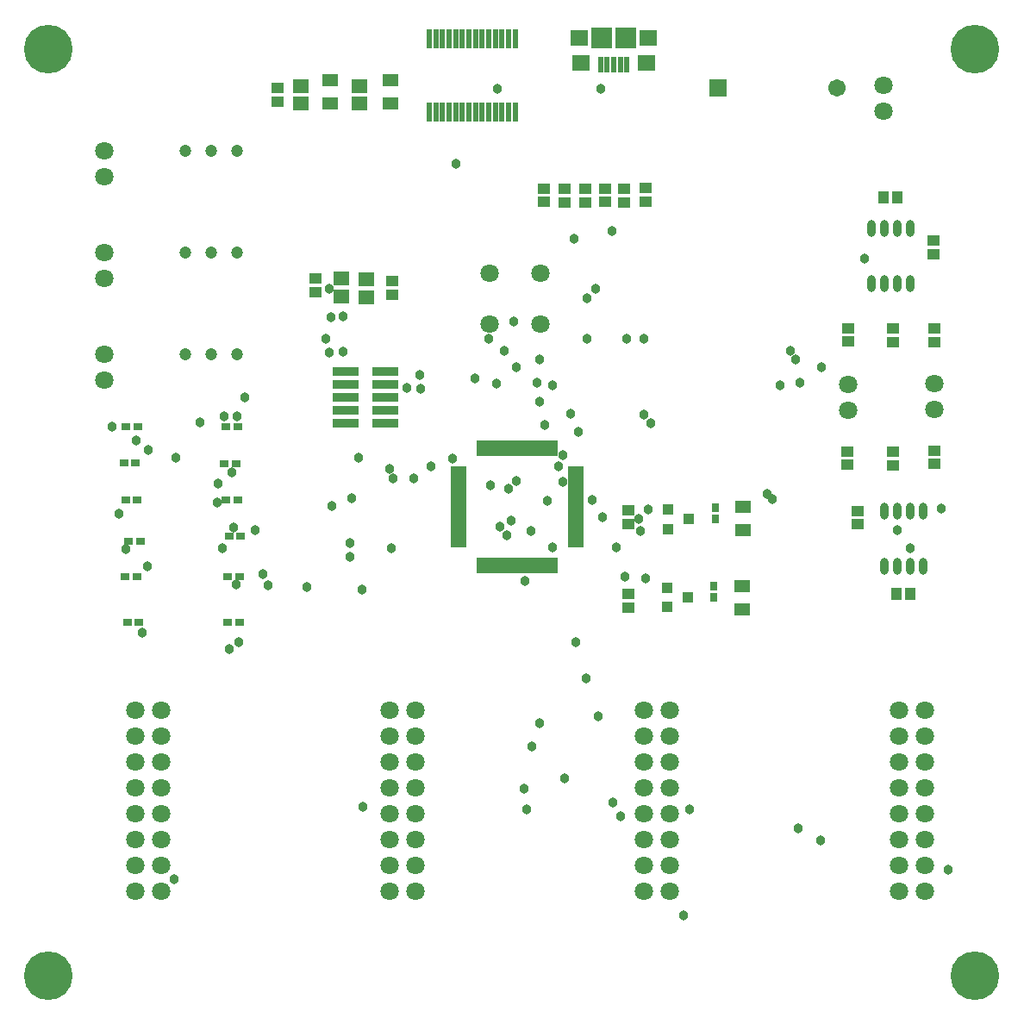
<source format=gts>
G04*
G04 #@! TF.GenerationSoftware,Altium Limited,Altium Designer,19.1.8 (144)*
G04*
G04 Layer_Color=8388736*
%FSLAX25Y25*%
%MOIN*%
G70*
G01*
G75*
%ADD35R,0.03753X0.03162*%
%ADD36R,0.01981X0.07296*%
%ADD37R,0.06115X0.01981*%
%ADD38R,0.01981X0.06115*%
%ADD39O,0.03162X0.06509*%
%ADD40R,0.06115X0.05328*%
%ADD41R,0.04540X0.04147*%
%ADD42R,0.03162X0.03753*%
%ADD43R,0.10249X0.03792*%
%ADD44R,0.04343X0.03950*%
%ADD45R,0.02375X0.06115*%
%ADD46R,0.07099X0.06312*%
%ADD47R,0.06509X0.05918*%
%ADD48R,0.08280X0.08280*%
%ADD49R,0.05918X0.05131*%
%ADD50R,0.04737X0.04343*%
%ADD51R,0.04343X0.04737*%
%ADD52C,0.07099*%
%ADD53C,0.04737*%
%ADD54C,0.06706*%
%ADD55R,0.06706X0.06706*%
%ADD56C,0.18800*%
%ADD57C,0.03800*%
D35*
X84316Y199725D02*
D03*
X88843D02*
D03*
X85039Y152362D02*
D03*
X89567D02*
D03*
X50000Y199606D02*
D03*
X45472D02*
D03*
X51267Y183714D02*
D03*
X46739D02*
D03*
X50705Y152252D02*
D03*
X46177D02*
D03*
X84355Y227953D02*
D03*
X88882D02*
D03*
X83567Y213680D02*
D03*
X88095D02*
D03*
X85539Y185432D02*
D03*
X90067D02*
D03*
X85039Y170079D02*
D03*
X89567D02*
D03*
X50197Y227953D02*
D03*
X45669D02*
D03*
X49409Y213779D02*
D03*
X44882D02*
D03*
X49891Y169919D02*
D03*
X45364D02*
D03*
D36*
X162894Y349508D02*
D03*
X165453D02*
D03*
X168012D02*
D03*
X170571D02*
D03*
X173130D02*
D03*
X175689D02*
D03*
X178248D02*
D03*
X180807D02*
D03*
X183366D02*
D03*
X185925D02*
D03*
X188484D02*
D03*
X191043D02*
D03*
X193602D02*
D03*
X196161D02*
D03*
X162894Y378051D02*
D03*
X165453D02*
D03*
X168012D02*
D03*
X170571D02*
D03*
X173130D02*
D03*
X175689D02*
D03*
X178248D02*
D03*
X180807D02*
D03*
X183366D02*
D03*
X185925D02*
D03*
X188484D02*
D03*
X191043D02*
D03*
X193602D02*
D03*
X196161D02*
D03*
D37*
X174213Y211614D02*
D03*
Y209646D02*
D03*
Y207677D02*
D03*
Y205709D02*
D03*
Y203740D02*
D03*
Y201772D02*
D03*
Y199803D02*
D03*
Y197835D02*
D03*
Y195866D02*
D03*
Y193898D02*
D03*
Y191929D02*
D03*
Y189961D02*
D03*
Y187992D02*
D03*
Y186023D02*
D03*
Y184055D02*
D03*
Y182087D02*
D03*
X219488D02*
D03*
Y184055D02*
D03*
Y186023D02*
D03*
Y187992D02*
D03*
Y189961D02*
D03*
Y191929D02*
D03*
Y193898D02*
D03*
Y195866D02*
D03*
Y197835D02*
D03*
Y199803D02*
D03*
Y201772D02*
D03*
Y203740D02*
D03*
Y205709D02*
D03*
Y207677D02*
D03*
Y209646D02*
D03*
Y211614D02*
D03*
D38*
X182087Y174213D02*
D03*
X184055D02*
D03*
X186024D02*
D03*
X187992D02*
D03*
X189961D02*
D03*
X191929D02*
D03*
X193898D02*
D03*
X195866D02*
D03*
X197835D02*
D03*
X199803D02*
D03*
X201772D02*
D03*
X203740D02*
D03*
X205709D02*
D03*
X207677D02*
D03*
X209646D02*
D03*
X211614D02*
D03*
Y219488D02*
D03*
X209646D02*
D03*
X207677D02*
D03*
X205709D02*
D03*
X203740D02*
D03*
X201772D02*
D03*
X199803D02*
D03*
X197835D02*
D03*
X195866D02*
D03*
X193898D02*
D03*
X191929D02*
D03*
X189961D02*
D03*
X187992D02*
D03*
X186024D02*
D03*
X184055D02*
D03*
X182087D02*
D03*
D39*
X353957Y195374D02*
D03*
X348957D02*
D03*
X343957D02*
D03*
X338957D02*
D03*
X353957Y173917D02*
D03*
X348957D02*
D03*
X343957D02*
D03*
X338957D02*
D03*
X333913Y283223D02*
D03*
X338913D02*
D03*
X343913D02*
D03*
X348913D02*
D03*
X333913Y304679D02*
D03*
X338913D02*
D03*
X343913D02*
D03*
X348913D02*
D03*
D40*
X135956Y359746D02*
D03*
Y352856D02*
D03*
X113301Y359746D02*
D03*
Y352856D02*
D03*
X138703Y278030D02*
D03*
Y284920D02*
D03*
X128764Y278239D02*
D03*
Y285128D02*
D03*
D41*
X246658Y315061D02*
D03*
Y320180D02*
D03*
X207256Y314862D02*
D03*
Y319980D02*
D03*
X328657Y190187D02*
D03*
Y195305D02*
D03*
X324601Y218205D02*
D03*
Y213087D02*
D03*
X358395Y213450D02*
D03*
Y218568D02*
D03*
X358013Y299810D02*
D03*
Y294692D02*
D03*
X358201Y260646D02*
D03*
Y265764D02*
D03*
X324864Y265905D02*
D03*
Y260787D02*
D03*
D42*
X272936Y166361D02*
D03*
Y161834D02*
D03*
X273504Y196653D02*
D03*
Y192126D02*
D03*
D43*
X130709Y249370D02*
D03*
X146063D02*
D03*
X130709Y244370D02*
D03*
X146063D02*
D03*
X130709Y239370D02*
D03*
X146063D02*
D03*
X130709Y234370D02*
D03*
X146063D02*
D03*
X130709Y229370D02*
D03*
X146063D02*
D03*
D44*
X262829Y161834D02*
D03*
X254955Y158094D02*
D03*
Y165574D02*
D03*
X263243Y192126D02*
D03*
X255369Y188385D02*
D03*
Y195866D02*
D03*
D45*
X239370Y367815D02*
D03*
X236811D02*
D03*
X234252D02*
D03*
X231693D02*
D03*
X229134D02*
D03*
D46*
X246850Y368701D02*
D03*
X221654D02*
D03*
D47*
X247736Y378346D02*
D03*
X220768D02*
D03*
D48*
X238976D02*
D03*
X229528D02*
D03*
D49*
X147872Y352831D02*
D03*
Y361886D02*
D03*
X124648Y361843D02*
D03*
Y352788D02*
D03*
X283839Y157306D02*
D03*
Y166361D02*
D03*
X284252Y187992D02*
D03*
Y197047D02*
D03*
D50*
X223256Y319980D02*
D03*
Y314665D02*
D03*
X230910Y320082D02*
D03*
Y314767D02*
D03*
X238348Y320034D02*
D03*
Y314719D02*
D03*
X215256Y319980D02*
D03*
Y314665D02*
D03*
X342101Y218303D02*
D03*
Y212988D02*
D03*
X104201Y358958D02*
D03*
Y353643D02*
D03*
X118827Y285128D02*
D03*
Y279814D02*
D03*
X148449Y279062D02*
D03*
Y284377D02*
D03*
X342301Y260688D02*
D03*
Y266003D02*
D03*
X239792Y158081D02*
D03*
Y163396D02*
D03*
X239905Y190244D02*
D03*
Y195559D02*
D03*
D51*
X348921Y163124D02*
D03*
X343606D02*
D03*
X338656Y316551D02*
D03*
X343971D02*
D03*
D52*
X37402Y324646D02*
D03*
Y334646D02*
D03*
Y285276D02*
D03*
Y295275D02*
D03*
Y245905D02*
D03*
Y255906D02*
D03*
X324895Y244368D02*
D03*
Y234368D02*
D03*
X358395Y244468D02*
D03*
Y234468D02*
D03*
X338583Y359842D02*
D03*
Y349843D02*
D03*
X354488Y118110D02*
D03*
Y108110D02*
D03*
Y98110D02*
D03*
Y88110D02*
D03*
Y78110D02*
D03*
Y68110D02*
D03*
Y58110D02*
D03*
Y48110D02*
D03*
X344488D02*
D03*
Y58110D02*
D03*
Y68110D02*
D03*
Y78110D02*
D03*
Y88110D02*
D03*
Y98110D02*
D03*
Y108110D02*
D03*
Y118110D02*
D03*
X256063D02*
D03*
Y108110D02*
D03*
Y98110D02*
D03*
Y88110D02*
D03*
Y78110D02*
D03*
Y68110D02*
D03*
Y58110D02*
D03*
Y48110D02*
D03*
X246063D02*
D03*
Y58110D02*
D03*
Y68110D02*
D03*
Y78110D02*
D03*
Y88110D02*
D03*
Y98110D02*
D03*
Y108110D02*
D03*
Y118110D02*
D03*
X157638D02*
D03*
Y108110D02*
D03*
Y98110D02*
D03*
Y88110D02*
D03*
Y78110D02*
D03*
Y68110D02*
D03*
Y58110D02*
D03*
Y48110D02*
D03*
X147638D02*
D03*
Y58110D02*
D03*
Y68110D02*
D03*
Y78110D02*
D03*
Y88110D02*
D03*
Y98110D02*
D03*
Y108110D02*
D03*
Y118110D02*
D03*
X59213D02*
D03*
Y108110D02*
D03*
Y98110D02*
D03*
Y88110D02*
D03*
Y78110D02*
D03*
Y68110D02*
D03*
Y58110D02*
D03*
Y48110D02*
D03*
X49213D02*
D03*
Y58110D02*
D03*
Y68110D02*
D03*
Y78110D02*
D03*
Y88110D02*
D03*
Y98110D02*
D03*
Y108110D02*
D03*
Y118110D02*
D03*
X186221Y267717D02*
D03*
X205906D02*
D03*
X186221Y287402D02*
D03*
X205906D02*
D03*
D53*
X78740Y295275D02*
D03*
X88740D02*
D03*
X68740D02*
D03*
X78740Y255906D02*
D03*
X88740D02*
D03*
X68740D02*
D03*
X78740Y334646D02*
D03*
X88740D02*
D03*
X68740D02*
D03*
D54*
X320571Y359055D02*
D03*
D55*
X274705D02*
D03*
D56*
X15748Y15748D02*
D03*
X374016D02*
D03*
Y374016D02*
D03*
X15748D02*
D03*
D57*
X124252Y281179D02*
D03*
X227152D02*
D03*
X239348Y261879D02*
D03*
X125052Y270280D02*
D03*
X223952Y277579D02*
D03*
Y261879D02*
D03*
X245852Y232680D02*
D03*
Y261879D02*
D03*
X180752Y246480D02*
D03*
X233752Y303579D02*
D03*
X248652Y229279D02*
D03*
X234052Y82579D02*
D03*
X124335Y256697D02*
D03*
X196498Y251080D02*
D03*
X314652D02*
D03*
X205452Y113380D02*
D03*
X261152Y38780D02*
D03*
X40152Y227953D02*
D03*
X82952Y180980D02*
D03*
X137352Y80779D02*
D03*
X88552Y231979D02*
D03*
X136852Y164779D02*
D03*
X129652Y256979D02*
D03*
X360952Y196379D02*
D03*
X129652Y270479D02*
D03*
X188852Y244679D02*
D03*
X149006Y207979D02*
D03*
X156952D02*
D03*
X263552Y79779D02*
D03*
X186652Y205254D02*
D03*
X125386Y197313D02*
D03*
X115652Y165980D02*
D03*
X45752Y180480D02*
D03*
X64182Y53079D02*
D03*
X229134Y358680D02*
D03*
X189384D02*
D03*
X295552Y199979D02*
D03*
X348957Y180879D02*
D03*
X159452Y242479D02*
D03*
X193752Y203780D02*
D03*
X64952Y215980D02*
D03*
X225952Y199680D02*
D03*
X74352Y229579D02*
D03*
X83421Y231780D02*
D03*
X194474Y191579D02*
D03*
X54252Y219079D02*
D03*
X163552Y212579D02*
D03*
X208752Y199179D02*
D03*
X91652Y239380D02*
D03*
X154252Y242880D02*
D03*
X159252Y247929D02*
D03*
X195524Y268580D02*
D03*
X135452Y216079D02*
D03*
X147452Y211579D02*
D03*
X171852Y215680D02*
D03*
X49452Y222679D02*
D03*
X196752Y206780D02*
D03*
X133052Y200113D02*
D03*
X191929Y257279D02*
D03*
X302652D02*
D03*
X305752Y72579D02*
D03*
X331352Y292779D02*
D03*
X122852Y261779D02*
D03*
X186024D02*
D03*
X200752Y79879D02*
D03*
X98552Y171080D02*
D03*
X202346Y187680D02*
D03*
X95652Y187779D02*
D03*
X247452Y195879D02*
D03*
X132152Y182980D02*
D03*
Y177668D02*
D03*
X217752Y233080D02*
D03*
X220718Y225984D02*
D03*
X238652Y169980D02*
D03*
X236852Y77321D02*
D03*
X205752Y253979D02*
D03*
X304752D02*
D03*
X205452Y237479D02*
D03*
X343952Y187880D02*
D03*
X204552Y244880D02*
D03*
X306352D02*
D03*
X223452Y130721D02*
D03*
X219552Y144621D02*
D03*
X210652Y181117D02*
D03*
X86452Y210279D02*
D03*
X214552Y216779D02*
D03*
X207677Y228705D02*
D03*
X215292Y91861D02*
D03*
X228152Y116021D02*
D03*
X89252Y144580D02*
D03*
X88152Y167079D02*
D03*
X199552Y87779D02*
D03*
X235352Y181179D02*
D03*
X214552Y206579D02*
D03*
X210452Y243880D02*
D03*
X298552D02*
D03*
X314252Y68080D02*
D03*
X363752Y56679D02*
D03*
X212852Y212479D02*
D03*
X54052Y173979D02*
D03*
X52052Y148280D02*
D03*
X100452Y166680D02*
D03*
X148252Y181079D02*
D03*
X42952Y194190D02*
D03*
X246452Y169379D02*
D03*
X244488Y187508D02*
D03*
X243905Y192379D02*
D03*
X229952Y193079D02*
D03*
X219084Y300580D02*
D03*
X293552Y201979D02*
D03*
X173130Y329557D02*
D03*
X87252Y188880D02*
D03*
X199803Y168231D02*
D03*
X80852Y198679D02*
D03*
X192851Y185780D02*
D03*
X81152Y206080D02*
D03*
X190152Y189180D02*
D03*
X85752Y141879D02*
D03*
X202452Y104180D02*
D03*
M02*

</source>
